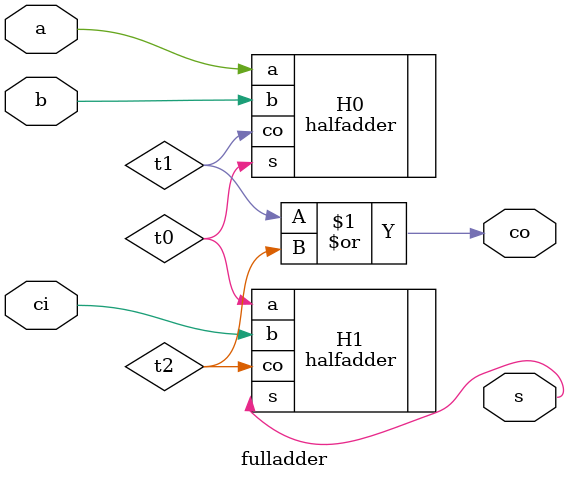
<source format=v>
`timescale 1ns / 1ps
module fulladder(
    output co,
    output s,
    input a,
    input b,
    input ci
    );
wire t0, t1, t2;

halfadder H0(.s(t0),.co(t1),.a(a),.b(b));
halfadder H1(.s(s),.co(t2),.a(t0),.b(ci));

assign co=t1|t2;

endmodule

</source>
